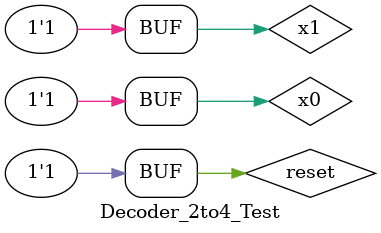
<source format=v>
`timescale 1ns / 1ps


module Decoder_2to4_Test;

	// Inputs
	reg x1;
	reg x0;
	reg reset;

	// Outputs
	wire m0;
	wire m1;
	wire m2;
	wire m3;

	// Instantiate the Unit Under Test (UUT)
	Decoder_2to4 uut (
		.x1(x1), 
		.x0(x0), 
		.reset(reset), 
		.m0(m0), 
		.m1(m1), 
		.m2(m2), 
		.m3(m3)
	);

	initial begin
		// Initialize Inputs
		x1 = 0;
		x0 = 0;
		reset = 0;

		// Wait 100 ns for global reset to finish
		#100;
		x1 = 0;
		x0 = 1;
		reset = 0;

		// Wait 100 ns for global reset to finish
		#100;
		x1 = 1;
		x0 = 0;
		reset = 0;

		// Wait 100 ns for global reset to finish
		#100;
		x1 = 1;
		x0 = 1;
		reset = 0;

		// Wait 100 ns for global reset to finish
		#100;
		x1 = 1;
		x0 = 1;
		reset = 1;

		// Wait 100 ns for global reset to finish
		#100;
		
        
		// Add stimulus here

	end
      
endmodule


</source>
